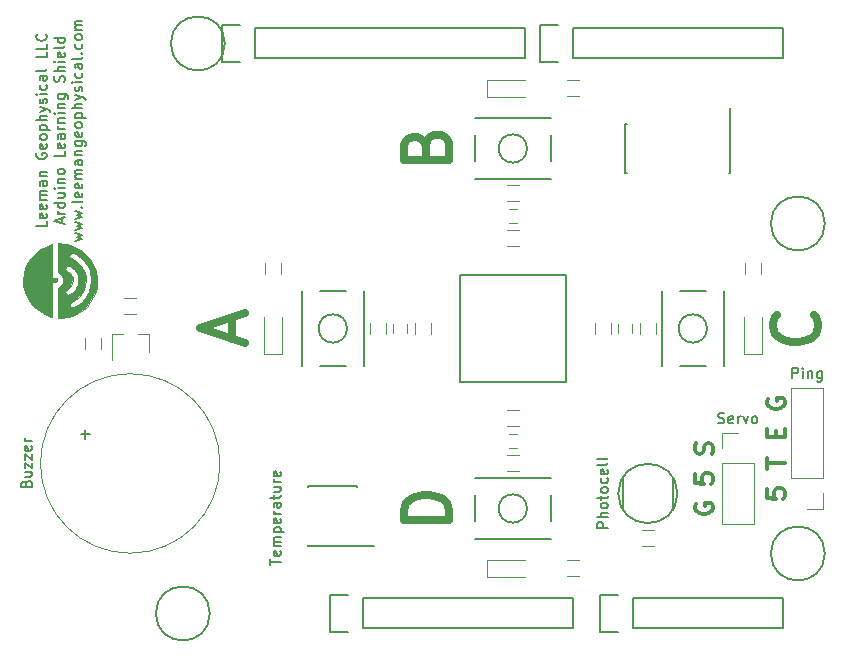
<source format=gbr>
G04 #@! TF.GenerationSoftware,KiCad,Pcbnew,(5.1.4)-1*
G04 #@! TF.CreationDate,2019-12-31T16:27:10-06:00*
G04 #@! TF.ProjectId,learning_shield,6c656172-6e69-46e6-975f-736869656c64,rev?*
G04 #@! TF.SameCoordinates,Original*
G04 #@! TF.FileFunction,Legend,Top*
G04 #@! TF.FilePolarity,Positive*
%FSLAX46Y46*%
G04 Gerber Fmt 4.6, Leading zero omitted, Abs format (unit mm)*
G04 Created by KiCad (PCBNEW (5.1.4)-1) date 2019-12-31 16:27:10*
%MOMM*%
%LPD*%
G04 APERTURE LIST*
%ADD10C,0.158750*%
%ADD11C,0.300000*%
%ADD12C,0.177800*%
%ADD13C,0.635000*%
%ADD14C,0.150000*%
%ADD15C,0.010000*%
%ADD16C,0.120000*%
G04 APERTURE END LIST*
D10*
X111696500Y-112839500D02*
X111738833Y-112712500D01*
X111781166Y-112670166D01*
X111865833Y-112627833D01*
X111992833Y-112627833D01*
X112077500Y-112670166D01*
X112119833Y-112712500D01*
X112162166Y-112797166D01*
X112162166Y-113135833D01*
X111273166Y-113135833D01*
X111273166Y-112839500D01*
X111315500Y-112754833D01*
X111357833Y-112712500D01*
X111442500Y-112670166D01*
X111527166Y-112670166D01*
X111611833Y-112712500D01*
X111654166Y-112754833D01*
X111696500Y-112839500D01*
X111696500Y-113135833D01*
X111569500Y-111865833D02*
X112162166Y-111865833D01*
X111569500Y-112246833D02*
X112035166Y-112246833D01*
X112119833Y-112204500D01*
X112162166Y-112119833D01*
X112162166Y-111992833D01*
X112119833Y-111908166D01*
X112077500Y-111865833D01*
X111569500Y-111527166D02*
X111569500Y-111061500D01*
X112162166Y-111527166D01*
X112162166Y-111061500D01*
X111569500Y-110807500D02*
X111569500Y-110341833D01*
X112162166Y-110807500D01*
X112162166Y-110341833D01*
X112119833Y-109664500D02*
X112162166Y-109749166D01*
X112162166Y-109918500D01*
X112119833Y-110003166D01*
X112035166Y-110045500D01*
X111696500Y-110045500D01*
X111611833Y-110003166D01*
X111569500Y-109918500D01*
X111569500Y-109749166D01*
X111611833Y-109664500D01*
X111696500Y-109622166D01*
X111781166Y-109622166D01*
X111865833Y-110045500D01*
X112162166Y-109241166D02*
X111569500Y-109241166D01*
X111738833Y-109241166D02*
X111654166Y-109198833D01*
X111611833Y-109156500D01*
X111569500Y-109071833D01*
X111569500Y-108987166D01*
X160930166Y-116586000D02*
X160041166Y-116586000D01*
X160041166Y-116247333D01*
X160083500Y-116162666D01*
X160125833Y-116120333D01*
X160210500Y-116078000D01*
X160337500Y-116078000D01*
X160422166Y-116120333D01*
X160464500Y-116162666D01*
X160506833Y-116247333D01*
X160506833Y-116586000D01*
X160930166Y-115697000D02*
X160041166Y-115697000D01*
X160930166Y-115316000D02*
X160464500Y-115316000D01*
X160379833Y-115358333D01*
X160337500Y-115443000D01*
X160337500Y-115570000D01*
X160379833Y-115654666D01*
X160422166Y-115697000D01*
X160930166Y-114765666D02*
X160887833Y-114850333D01*
X160845500Y-114892666D01*
X160760833Y-114935000D01*
X160506833Y-114935000D01*
X160422166Y-114892666D01*
X160379833Y-114850333D01*
X160337500Y-114765666D01*
X160337500Y-114638666D01*
X160379833Y-114554000D01*
X160422166Y-114511666D01*
X160506833Y-114469333D01*
X160760833Y-114469333D01*
X160845500Y-114511666D01*
X160887833Y-114554000D01*
X160930166Y-114638666D01*
X160930166Y-114765666D01*
X160337500Y-114215333D02*
X160337500Y-113876666D01*
X160041166Y-114088333D02*
X160803166Y-114088333D01*
X160887833Y-114046000D01*
X160930166Y-113961333D01*
X160930166Y-113876666D01*
X160930166Y-113453333D02*
X160887833Y-113538000D01*
X160845500Y-113580333D01*
X160760833Y-113622666D01*
X160506833Y-113622666D01*
X160422166Y-113580333D01*
X160379833Y-113538000D01*
X160337500Y-113453333D01*
X160337500Y-113326333D01*
X160379833Y-113241666D01*
X160422166Y-113199333D01*
X160506833Y-113157000D01*
X160760833Y-113157000D01*
X160845500Y-113199333D01*
X160887833Y-113241666D01*
X160930166Y-113326333D01*
X160930166Y-113453333D01*
X160887833Y-112395000D02*
X160930166Y-112479666D01*
X160930166Y-112649000D01*
X160887833Y-112733666D01*
X160845500Y-112776000D01*
X160760833Y-112818333D01*
X160506833Y-112818333D01*
X160422166Y-112776000D01*
X160379833Y-112733666D01*
X160337500Y-112649000D01*
X160337500Y-112479666D01*
X160379833Y-112395000D01*
X160887833Y-111675333D02*
X160930166Y-111760000D01*
X160930166Y-111929333D01*
X160887833Y-112014000D01*
X160803166Y-112056333D01*
X160464500Y-112056333D01*
X160379833Y-112014000D01*
X160337500Y-111929333D01*
X160337500Y-111760000D01*
X160379833Y-111675333D01*
X160464500Y-111633000D01*
X160549166Y-111633000D01*
X160633833Y-112056333D01*
X160930166Y-111125000D02*
X160887833Y-111209666D01*
X160803166Y-111252000D01*
X160041166Y-111252000D01*
X160930166Y-110659333D02*
X160887833Y-110744000D01*
X160803166Y-110786333D01*
X160041166Y-110786333D01*
X132355166Y-119697500D02*
X132355166Y-119189500D01*
X133244166Y-119443500D02*
X132355166Y-119443500D01*
X133201833Y-118554500D02*
X133244166Y-118639166D01*
X133244166Y-118808500D01*
X133201833Y-118893166D01*
X133117166Y-118935500D01*
X132778500Y-118935500D01*
X132693833Y-118893166D01*
X132651500Y-118808500D01*
X132651500Y-118639166D01*
X132693833Y-118554500D01*
X132778500Y-118512166D01*
X132863166Y-118512166D01*
X132947833Y-118935500D01*
X133244166Y-118131166D02*
X132651500Y-118131166D01*
X132736166Y-118131166D02*
X132693833Y-118088833D01*
X132651500Y-118004166D01*
X132651500Y-117877166D01*
X132693833Y-117792500D01*
X132778500Y-117750166D01*
X133244166Y-117750166D01*
X132778500Y-117750166D02*
X132693833Y-117707833D01*
X132651500Y-117623166D01*
X132651500Y-117496166D01*
X132693833Y-117411500D01*
X132778500Y-117369166D01*
X133244166Y-117369166D01*
X132651500Y-116945833D02*
X133540500Y-116945833D01*
X132693833Y-116945833D02*
X132651500Y-116861166D01*
X132651500Y-116691833D01*
X132693833Y-116607166D01*
X132736166Y-116564833D01*
X132820833Y-116522500D01*
X133074833Y-116522500D01*
X133159500Y-116564833D01*
X133201833Y-116607166D01*
X133244166Y-116691833D01*
X133244166Y-116861166D01*
X133201833Y-116945833D01*
X133201833Y-115802833D02*
X133244166Y-115887500D01*
X133244166Y-116056833D01*
X133201833Y-116141500D01*
X133117166Y-116183833D01*
X132778500Y-116183833D01*
X132693833Y-116141500D01*
X132651500Y-116056833D01*
X132651500Y-115887500D01*
X132693833Y-115802833D01*
X132778500Y-115760500D01*
X132863166Y-115760500D01*
X132947833Y-116183833D01*
X133244166Y-115379500D02*
X132651500Y-115379500D01*
X132820833Y-115379500D02*
X132736166Y-115337166D01*
X132693833Y-115294833D01*
X132651500Y-115210166D01*
X132651500Y-115125500D01*
X133244166Y-114448166D02*
X132778500Y-114448166D01*
X132693833Y-114490500D01*
X132651500Y-114575166D01*
X132651500Y-114744500D01*
X132693833Y-114829166D01*
X133201833Y-114448166D02*
X133244166Y-114532833D01*
X133244166Y-114744500D01*
X133201833Y-114829166D01*
X133117166Y-114871500D01*
X133032500Y-114871500D01*
X132947833Y-114829166D01*
X132905500Y-114744500D01*
X132905500Y-114532833D01*
X132863166Y-114448166D01*
X132651500Y-114151833D02*
X132651500Y-113813166D01*
X132355166Y-114024833D02*
X133117166Y-114024833D01*
X133201833Y-113982500D01*
X133244166Y-113897833D01*
X133244166Y-113813166D01*
X132651500Y-113135833D02*
X133244166Y-113135833D01*
X132651500Y-113516833D02*
X133117166Y-113516833D01*
X133201833Y-113474500D01*
X133244166Y-113389833D01*
X133244166Y-113262833D01*
X133201833Y-113178166D01*
X133159500Y-113135833D01*
X133244166Y-112712500D02*
X132651500Y-112712500D01*
X132820833Y-112712500D02*
X132736166Y-112670166D01*
X132693833Y-112627833D01*
X132651500Y-112543166D01*
X132651500Y-112458500D01*
X133201833Y-111823500D02*
X133244166Y-111908166D01*
X133244166Y-112077500D01*
X133201833Y-112162166D01*
X133117166Y-112204500D01*
X132778500Y-112204500D01*
X132693833Y-112162166D01*
X132651500Y-112077500D01*
X132651500Y-111908166D01*
X132693833Y-111823500D01*
X132778500Y-111781166D01*
X132863166Y-111781166D01*
X132947833Y-112204500D01*
X176551166Y-103907166D02*
X176551166Y-103018166D01*
X176889833Y-103018166D01*
X176974500Y-103060500D01*
X177016833Y-103102833D01*
X177059166Y-103187500D01*
X177059166Y-103314500D01*
X177016833Y-103399166D01*
X176974500Y-103441500D01*
X176889833Y-103483833D01*
X176551166Y-103483833D01*
X177440166Y-103907166D02*
X177440166Y-103314500D01*
X177440166Y-103018166D02*
X177397833Y-103060500D01*
X177440166Y-103102833D01*
X177482500Y-103060500D01*
X177440166Y-103018166D01*
X177440166Y-103102833D01*
X177863500Y-103314500D02*
X177863500Y-103907166D01*
X177863500Y-103399166D02*
X177905833Y-103356833D01*
X177990500Y-103314500D01*
X178117500Y-103314500D01*
X178202166Y-103356833D01*
X178244500Y-103441500D01*
X178244500Y-103907166D01*
X179048833Y-103314500D02*
X179048833Y-104034166D01*
X179006500Y-104118833D01*
X178964166Y-104161166D01*
X178879500Y-104203500D01*
X178752500Y-104203500D01*
X178667833Y-104161166D01*
X179048833Y-103864833D02*
X178964166Y-103907166D01*
X178794833Y-103907166D01*
X178710166Y-103864833D01*
X178667833Y-103822500D01*
X178625500Y-103737833D01*
X178625500Y-103483833D01*
X178667833Y-103399166D01*
X178710166Y-103356833D01*
X178794833Y-103314500D01*
X178964166Y-103314500D01*
X179048833Y-103356833D01*
X170307000Y-107674833D02*
X170434000Y-107717166D01*
X170645666Y-107717166D01*
X170730333Y-107674833D01*
X170772666Y-107632500D01*
X170815000Y-107547833D01*
X170815000Y-107463166D01*
X170772666Y-107378500D01*
X170730333Y-107336166D01*
X170645666Y-107293833D01*
X170476333Y-107251500D01*
X170391666Y-107209166D01*
X170349333Y-107166833D01*
X170307000Y-107082166D01*
X170307000Y-106997500D01*
X170349333Y-106912833D01*
X170391666Y-106870500D01*
X170476333Y-106828166D01*
X170688000Y-106828166D01*
X170815000Y-106870500D01*
X171534666Y-107674833D02*
X171450000Y-107717166D01*
X171280666Y-107717166D01*
X171196000Y-107674833D01*
X171153666Y-107590166D01*
X171153666Y-107251500D01*
X171196000Y-107166833D01*
X171280666Y-107124500D01*
X171450000Y-107124500D01*
X171534666Y-107166833D01*
X171577000Y-107251500D01*
X171577000Y-107336166D01*
X171153666Y-107420833D01*
X171958000Y-107717166D02*
X171958000Y-107124500D01*
X171958000Y-107293833D02*
X172000333Y-107209166D01*
X172042666Y-107166833D01*
X172127333Y-107124500D01*
X172212000Y-107124500D01*
X172423666Y-107124500D02*
X172635333Y-107717166D01*
X172847000Y-107124500D01*
X173312666Y-107717166D02*
X173228000Y-107674833D01*
X173185666Y-107632500D01*
X173143333Y-107547833D01*
X173143333Y-107293833D01*
X173185666Y-107209166D01*
X173228000Y-107166833D01*
X173312666Y-107124500D01*
X173439666Y-107124500D01*
X173524333Y-107166833D01*
X173566666Y-107209166D01*
X173609000Y-107293833D01*
X173609000Y-107547833D01*
X173566666Y-107632500D01*
X173524333Y-107674833D01*
X173439666Y-107717166D01*
X173312666Y-107717166D01*
D11*
X174438571Y-113307857D02*
X174438571Y-114022142D01*
X175152857Y-114093571D01*
X175081428Y-114022142D01*
X175010000Y-113879285D01*
X175010000Y-113522142D01*
X175081428Y-113379285D01*
X175152857Y-113307857D01*
X175295714Y-113236428D01*
X175652857Y-113236428D01*
X175795714Y-113307857D01*
X175867142Y-113379285D01*
X175938571Y-113522142D01*
X175938571Y-113879285D01*
X175867142Y-114022142D01*
X175795714Y-114093571D01*
X174438571Y-111553571D02*
X174438571Y-110696428D01*
X175938571Y-111125000D02*
X174438571Y-111125000D01*
X175152857Y-108906428D02*
X175152857Y-108406428D01*
X175938571Y-108192142D02*
X175938571Y-108906428D01*
X174438571Y-108906428D01*
X174438571Y-108192142D01*
X174510000Y-105652142D02*
X174438571Y-105795000D01*
X174438571Y-106009285D01*
X174510000Y-106223571D01*
X174652857Y-106366428D01*
X174795714Y-106437857D01*
X175081428Y-106509285D01*
X175295714Y-106509285D01*
X175581428Y-106437857D01*
X175724285Y-106366428D01*
X175867142Y-106223571D01*
X175938571Y-106009285D01*
X175938571Y-105866428D01*
X175867142Y-105652142D01*
X175795714Y-105580714D01*
X175295714Y-105580714D01*
X175295714Y-105866428D01*
X169771142Y-110283571D02*
X169842571Y-110069285D01*
X169842571Y-109712142D01*
X169771142Y-109569285D01*
X169699714Y-109497857D01*
X169556857Y-109426428D01*
X169414000Y-109426428D01*
X169271142Y-109497857D01*
X169199714Y-109569285D01*
X169128285Y-109712142D01*
X169056857Y-109997857D01*
X168985428Y-110140714D01*
X168914000Y-110212142D01*
X168771142Y-110283571D01*
X168628285Y-110283571D01*
X168485428Y-110212142D01*
X168414000Y-110140714D01*
X168342571Y-109997857D01*
X168342571Y-109640714D01*
X168414000Y-109426428D01*
X168342571Y-112037857D02*
X168342571Y-112752142D01*
X169056857Y-112823571D01*
X168985428Y-112752142D01*
X168914000Y-112609285D01*
X168914000Y-112252142D01*
X168985428Y-112109285D01*
X169056857Y-112037857D01*
X169199714Y-111966428D01*
X169556857Y-111966428D01*
X169699714Y-112037857D01*
X169771142Y-112109285D01*
X169842571Y-112252142D01*
X169842571Y-112609285D01*
X169771142Y-112752142D01*
X169699714Y-112823571D01*
X168414000Y-114542142D02*
X168342571Y-114685000D01*
X168342571Y-114899285D01*
X168414000Y-115113571D01*
X168556857Y-115256428D01*
X168699714Y-115327857D01*
X168985428Y-115399285D01*
X169199714Y-115399285D01*
X169485428Y-115327857D01*
X169628285Y-115256428D01*
X169771142Y-115113571D01*
X169842571Y-114899285D01*
X169842571Y-114756428D01*
X169771142Y-114542142D01*
X169699714Y-114470714D01*
X169199714Y-114470714D01*
X169199714Y-114756428D01*
D12*
X113444866Y-90614500D02*
X113444866Y-91037833D01*
X112555866Y-91037833D01*
X113402533Y-89979500D02*
X113444866Y-90064166D01*
X113444866Y-90233500D01*
X113402533Y-90318166D01*
X113317866Y-90360500D01*
X112979200Y-90360500D01*
X112894533Y-90318166D01*
X112852200Y-90233500D01*
X112852200Y-90064166D01*
X112894533Y-89979500D01*
X112979200Y-89937166D01*
X113063866Y-89937166D01*
X113148533Y-90360500D01*
X113402533Y-89217500D02*
X113444866Y-89302166D01*
X113444866Y-89471500D01*
X113402533Y-89556166D01*
X113317866Y-89598500D01*
X112979200Y-89598500D01*
X112894533Y-89556166D01*
X112852200Y-89471500D01*
X112852200Y-89302166D01*
X112894533Y-89217500D01*
X112979200Y-89175166D01*
X113063866Y-89175166D01*
X113148533Y-89598500D01*
X113444866Y-88794166D02*
X112852200Y-88794166D01*
X112936866Y-88794166D02*
X112894533Y-88751833D01*
X112852200Y-88667166D01*
X112852200Y-88540166D01*
X112894533Y-88455500D01*
X112979200Y-88413166D01*
X113444866Y-88413166D01*
X112979200Y-88413166D02*
X112894533Y-88370833D01*
X112852200Y-88286166D01*
X112852200Y-88159166D01*
X112894533Y-88074500D01*
X112979200Y-88032166D01*
X113444866Y-88032166D01*
X113444866Y-87227833D02*
X112979200Y-87227833D01*
X112894533Y-87270166D01*
X112852200Y-87354833D01*
X112852200Y-87524166D01*
X112894533Y-87608833D01*
X113402533Y-87227833D02*
X113444866Y-87312500D01*
X113444866Y-87524166D01*
X113402533Y-87608833D01*
X113317866Y-87651166D01*
X113233200Y-87651166D01*
X113148533Y-87608833D01*
X113106200Y-87524166D01*
X113106200Y-87312500D01*
X113063866Y-87227833D01*
X112852200Y-86804500D02*
X113444866Y-86804500D01*
X112936866Y-86804500D02*
X112894533Y-86762166D01*
X112852200Y-86677500D01*
X112852200Y-86550500D01*
X112894533Y-86465833D01*
X112979200Y-86423500D01*
X113444866Y-86423500D01*
X112598200Y-84857166D02*
X112555866Y-84941833D01*
X112555866Y-85068833D01*
X112598200Y-85195833D01*
X112682866Y-85280500D01*
X112767533Y-85322833D01*
X112936866Y-85365166D01*
X113063866Y-85365166D01*
X113233200Y-85322833D01*
X113317866Y-85280500D01*
X113402533Y-85195833D01*
X113444866Y-85068833D01*
X113444866Y-84984166D01*
X113402533Y-84857166D01*
X113360200Y-84814833D01*
X113063866Y-84814833D01*
X113063866Y-84984166D01*
X113402533Y-84095166D02*
X113444866Y-84179833D01*
X113444866Y-84349166D01*
X113402533Y-84433833D01*
X113317866Y-84476166D01*
X112979200Y-84476166D01*
X112894533Y-84433833D01*
X112852200Y-84349166D01*
X112852200Y-84179833D01*
X112894533Y-84095166D01*
X112979200Y-84052833D01*
X113063866Y-84052833D01*
X113148533Y-84476166D01*
X113444866Y-83544833D02*
X113402533Y-83629500D01*
X113360200Y-83671833D01*
X113275533Y-83714166D01*
X113021533Y-83714166D01*
X112936866Y-83671833D01*
X112894533Y-83629500D01*
X112852200Y-83544833D01*
X112852200Y-83417833D01*
X112894533Y-83333166D01*
X112936866Y-83290833D01*
X113021533Y-83248500D01*
X113275533Y-83248500D01*
X113360200Y-83290833D01*
X113402533Y-83333166D01*
X113444866Y-83417833D01*
X113444866Y-83544833D01*
X112852200Y-82867500D02*
X113741200Y-82867500D01*
X112894533Y-82867500D02*
X112852200Y-82782833D01*
X112852200Y-82613500D01*
X112894533Y-82528833D01*
X112936866Y-82486500D01*
X113021533Y-82444166D01*
X113275533Y-82444166D01*
X113360200Y-82486500D01*
X113402533Y-82528833D01*
X113444866Y-82613500D01*
X113444866Y-82782833D01*
X113402533Y-82867500D01*
X113444866Y-82063166D02*
X112555866Y-82063166D01*
X113444866Y-81682166D02*
X112979200Y-81682166D01*
X112894533Y-81724500D01*
X112852200Y-81809166D01*
X112852200Y-81936166D01*
X112894533Y-82020833D01*
X112936866Y-82063166D01*
X112852200Y-81343500D02*
X113444866Y-81131833D01*
X112852200Y-80920166D02*
X113444866Y-81131833D01*
X113656533Y-81216500D01*
X113698866Y-81258833D01*
X113741200Y-81343500D01*
X113402533Y-80623833D02*
X113444866Y-80539166D01*
X113444866Y-80369833D01*
X113402533Y-80285166D01*
X113317866Y-80242833D01*
X113275533Y-80242833D01*
X113190866Y-80285166D01*
X113148533Y-80369833D01*
X113148533Y-80496833D01*
X113106200Y-80581500D01*
X113021533Y-80623833D01*
X112979200Y-80623833D01*
X112894533Y-80581500D01*
X112852200Y-80496833D01*
X112852200Y-80369833D01*
X112894533Y-80285166D01*
X113444866Y-79861833D02*
X112852200Y-79861833D01*
X112555866Y-79861833D02*
X112598200Y-79904166D01*
X112640533Y-79861833D01*
X112598200Y-79819500D01*
X112555866Y-79861833D01*
X112640533Y-79861833D01*
X113402533Y-79057500D02*
X113444866Y-79142166D01*
X113444866Y-79311500D01*
X113402533Y-79396166D01*
X113360200Y-79438500D01*
X113275533Y-79480833D01*
X113021533Y-79480833D01*
X112936866Y-79438500D01*
X112894533Y-79396166D01*
X112852200Y-79311500D01*
X112852200Y-79142166D01*
X112894533Y-79057500D01*
X113444866Y-78295500D02*
X112979200Y-78295500D01*
X112894533Y-78337833D01*
X112852200Y-78422500D01*
X112852200Y-78591833D01*
X112894533Y-78676500D01*
X113402533Y-78295500D02*
X113444866Y-78380166D01*
X113444866Y-78591833D01*
X113402533Y-78676500D01*
X113317866Y-78718833D01*
X113233200Y-78718833D01*
X113148533Y-78676500D01*
X113106200Y-78591833D01*
X113106200Y-78380166D01*
X113063866Y-78295500D01*
X113444866Y-77745166D02*
X113402533Y-77829833D01*
X113317866Y-77872166D01*
X112555866Y-77872166D01*
X113444866Y-76305833D02*
X113444866Y-76729166D01*
X112555866Y-76729166D01*
X113444866Y-75586166D02*
X113444866Y-76009500D01*
X112555866Y-76009500D01*
X113360200Y-74781833D02*
X113402533Y-74824166D01*
X113444866Y-74951166D01*
X113444866Y-75035833D01*
X113402533Y-75162833D01*
X113317866Y-75247500D01*
X113233200Y-75289833D01*
X113063866Y-75332166D01*
X112936866Y-75332166D01*
X112767533Y-75289833D01*
X112682866Y-75247500D01*
X112598200Y-75162833D01*
X112555866Y-75035833D01*
X112555866Y-74951166D01*
X112598200Y-74824166D01*
X112640533Y-74781833D01*
X114702166Y-90805000D02*
X114702166Y-90381666D01*
X114956166Y-90889666D02*
X114067166Y-90593333D01*
X114956166Y-90297000D01*
X114956166Y-90000666D02*
X114363500Y-90000666D01*
X114532833Y-90000666D02*
X114448166Y-89958333D01*
X114405833Y-89916000D01*
X114363500Y-89831333D01*
X114363500Y-89746666D01*
X114956166Y-89069333D02*
X114067166Y-89069333D01*
X114913833Y-89069333D02*
X114956166Y-89154000D01*
X114956166Y-89323333D01*
X114913833Y-89408000D01*
X114871500Y-89450333D01*
X114786833Y-89492666D01*
X114532833Y-89492666D01*
X114448166Y-89450333D01*
X114405833Y-89408000D01*
X114363500Y-89323333D01*
X114363500Y-89154000D01*
X114405833Y-89069333D01*
X114363500Y-88265000D02*
X114956166Y-88265000D01*
X114363500Y-88646000D02*
X114829166Y-88646000D01*
X114913833Y-88603666D01*
X114956166Y-88519000D01*
X114956166Y-88392000D01*
X114913833Y-88307333D01*
X114871500Y-88265000D01*
X114956166Y-87841666D02*
X114363500Y-87841666D01*
X114067166Y-87841666D02*
X114109500Y-87884000D01*
X114151833Y-87841666D01*
X114109500Y-87799333D01*
X114067166Y-87841666D01*
X114151833Y-87841666D01*
X114363500Y-87418333D02*
X114956166Y-87418333D01*
X114448166Y-87418333D02*
X114405833Y-87376000D01*
X114363500Y-87291333D01*
X114363500Y-87164333D01*
X114405833Y-87079666D01*
X114490500Y-87037333D01*
X114956166Y-87037333D01*
X114956166Y-86487000D02*
X114913833Y-86571666D01*
X114871500Y-86614000D01*
X114786833Y-86656333D01*
X114532833Y-86656333D01*
X114448166Y-86614000D01*
X114405833Y-86571666D01*
X114363500Y-86487000D01*
X114363500Y-86360000D01*
X114405833Y-86275333D01*
X114448166Y-86233000D01*
X114532833Y-86190666D01*
X114786833Y-86190666D01*
X114871500Y-86233000D01*
X114913833Y-86275333D01*
X114956166Y-86360000D01*
X114956166Y-86487000D01*
X114956166Y-84709000D02*
X114956166Y-85132333D01*
X114067166Y-85132333D01*
X114913833Y-84074000D02*
X114956166Y-84158666D01*
X114956166Y-84328000D01*
X114913833Y-84412666D01*
X114829166Y-84455000D01*
X114490500Y-84455000D01*
X114405833Y-84412666D01*
X114363500Y-84328000D01*
X114363500Y-84158666D01*
X114405833Y-84074000D01*
X114490500Y-84031666D01*
X114575166Y-84031666D01*
X114659833Y-84455000D01*
X114956166Y-83269666D02*
X114490500Y-83269666D01*
X114405833Y-83312000D01*
X114363500Y-83396666D01*
X114363500Y-83566000D01*
X114405833Y-83650666D01*
X114913833Y-83269666D02*
X114956166Y-83354333D01*
X114956166Y-83566000D01*
X114913833Y-83650666D01*
X114829166Y-83693000D01*
X114744500Y-83693000D01*
X114659833Y-83650666D01*
X114617500Y-83566000D01*
X114617500Y-83354333D01*
X114575166Y-83269666D01*
X114956166Y-82846333D02*
X114363500Y-82846333D01*
X114532833Y-82846333D02*
X114448166Y-82804000D01*
X114405833Y-82761666D01*
X114363500Y-82677000D01*
X114363500Y-82592333D01*
X114363500Y-82296000D02*
X114956166Y-82296000D01*
X114448166Y-82296000D02*
X114405833Y-82253666D01*
X114363500Y-82169000D01*
X114363500Y-82042000D01*
X114405833Y-81957333D01*
X114490500Y-81915000D01*
X114956166Y-81915000D01*
X114956166Y-81491666D02*
X114363500Y-81491666D01*
X114067166Y-81491666D02*
X114109500Y-81534000D01*
X114151833Y-81491666D01*
X114109500Y-81449333D01*
X114067166Y-81491666D01*
X114151833Y-81491666D01*
X114363500Y-81068333D02*
X114956166Y-81068333D01*
X114448166Y-81068333D02*
X114405833Y-81026000D01*
X114363500Y-80941333D01*
X114363500Y-80814333D01*
X114405833Y-80729666D01*
X114490500Y-80687333D01*
X114956166Y-80687333D01*
X114363500Y-79883000D02*
X115083166Y-79883000D01*
X115167833Y-79925333D01*
X115210166Y-79967666D01*
X115252500Y-80052333D01*
X115252500Y-80179333D01*
X115210166Y-80264000D01*
X114913833Y-79883000D02*
X114956166Y-79967666D01*
X114956166Y-80137000D01*
X114913833Y-80221666D01*
X114871500Y-80264000D01*
X114786833Y-80306333D01*
X114532833Y-80306333D01*
X114448166Y-80264000D01*
X114405833Y-80221666D01*
X114363500Y-80137000D01*
X114363500Y-79967666D01*
X114405833Y-79883000D01*
X114913833Y-78824666D02*
X114956166Y-78697666D01*
X114956166Y-78486000D01*
X114913833Y-78401333D01*
X114871500Y-78359000D01*
X114786833Y-78316666D01*
X114702166Y-78316666D01*
X114617500Y-78359000D01*
X114575166Y-78401333D01*
X114532833Y-78486000D01*
X114490500Y-78655333D01*
X114448166Y-78740000D01*
X114405833Y-78782333D01*
X114321166Y-78824666D01*
X114236500Y-78824666D01*
X114151833Y-78782333D01*
X114109500Y-78740000D01*
X114067166Y-78655333D01*
X114067166Y-78443666D01*
X114109500Y-78316666D01*
X114956166Y-77935666D02*
X114067166Y-77935666D01*
X114956166Y-77554666D02*
X114490500Y-77554666D01*
X114405833Y-77597000D01*
X114363500Y-77681666D01*
X114363500Y-77808666D01*
X114405833Y-77893333D01*
X114448166Y-77935666D01*
X114956166Y-77131333D02*
X114363500Y-77131333D01*
X114067166Y-77131333D02*
X114109500Y-77173666D01*
X114151833Y-77131333D01*
X114109500Y-77089000D01*
X114067166Y-77131333D01*
X114151833Y-77131333D01*
X114913833Y-76369333D02*
X114956166Y-76454000D01*
X114956166Y-76623333D01*
X114913833Y-76708000D01*
X114829166Y-76750333D01*
X114490500Y-76750333D01*
X114405833Y-76708000D01*
X114363500Y-76623333D01*
X114363500Y-76454000D01*
X114405833Y-76369333D01*
X114490500Y-76327000D01*
X114575166Y-76327000D01*
X114659833Y-76750333D01*
X114956166Y-75819000D02*
X114913833Y-75903666D01*
X114829166Y-75946000D01*
X114067166Y-75946000D01*
X114956166Y-75099333D02*
X114067166Y-75099333D01*
X114913833Y-75099333D02*
X114956166Y-75184000D01*
X114956166Y-75353333D01*
X114913833Y-75438000D01*
X114871500Y-75480333D01*
X114786833Y-75522666D01*
X114532833Y-75522666D01*
X114448166Y-75480333D01*
X114405833Y-75438000D01*
X114363500Y-75353333D01*
X114363500Y-75184000D01*
X114405833Y-75099333D01*
X115874800Y-92307833D02*
X116467466Y-92138500D01*
X116044133Y-91969166D01*
X116467466Y-91799833D01*
X115874800Y-91630500D01*
X115874800Y-91376500D02*
X116467466Y-91207166D01*
X116044133Y-91037833D01*
X116467466Y-90868500D01*
X115874800Y-90699166D01*
X115874800Y-90445166D02*
X116467466Y-90275833D01*
X116044133Y-90106500D01*
X116467466Y-89937166D01*
X115874800Y-89767833D01*
X116382800Y-89429166D02*
X116425133Y-89386833D01*
X116467466Y-89429166D01*
X116425133Y-89471500D01*
X116382800Y-89429166D01*
X116467466Y-89429166D01*
X116467466Y-88878833D02*
X116425133Y-88963500D01*
X116340466Y-89005833D01*
X115578466Y-89005833D01*
X116425133Y-88201500D02*
X116467466Y-88286166D01*
X116467466Y-88455500D01*
X116425133Y-88540166D01*
X116340466Y-88582500D01*
X116001800Y-88582500D01*
X115917133Y-88540166D01*
X115874800Y-88455500D01*
X115874800Y-88286166D01*
X115917133Y-88201500D01*
X116001800Y-88159166D01*
X116086466Y-88159166D01*
X116171133Y-88582500D01*
X116425133Y-87439500D02*
X116467466Y-87524166D01*
X116467466Y-87693500D01*
X116425133Y-87778166D01*
X116340466Y-87820500D01*
X116001800Y-87820500D01*
X115917133Y-87778166D01*
X115874800Y-87693500D01*
X115874800Y-87524166D01*
X115917133Y-87439500D01*
X116001800Y-87397166D01*
X116086466Y-87397166D01*
X116171133Y-87820500D01*
X116467466Y-87016166D02*
X115874800Y-87016166D01*
X115959466Y-87016166D02*
X115917133Y-86973833D01*
X115874800Y-86889166D01*
X115874800Y-86762166D01*
X115917133Y-86677500D01*
X116001800Y-86635166D01*
X116467466Y-86635166D01*
X116001800Y-86635166D02*
X115917133Y-86592833D01*
X115874800Y-86508166D01*
X115874800Y-86381166D01*
X115917133Y-86296500D01*
X116001800Y-86254166D01*
X116467466Y-86254166D01*
X116467466Y-85449833D02*
X116001800Y-85449833D01*
X115917133Y-85492166D01*
X115874800Y-85576833D01*
X115874800Y-85746166D01*
X115917133Y-85830833D01*
X116425133Y-85449833D02*
X116467466Y-85534500D01*
X116467466Y-85746166D01*
X116425133Y-85830833D01*
X116340466Y-85873166D01*
X116255800Y-85873166D01*
X116171133Y-85830833D01*
X116128800Y-85746166D01*
X116128800Y-85534500D01*
X116086466Y-85449833D01*
X115874800Y-85026500D02*
X116467466Y-85026500D01*
X115959466Y-85026500D02*
X115917133Y-84984166D01*
X115874800Y-84899500D01*
X115874800Y-84772500D01*
X115917133Y-84687833D01*
X116001800Y-84645500D01*
X116467466Y-84645500D01*
X115874800Y-83841166D02*
X116594466Y-83841166D01*
X116679133Y-83883500D01*
X116721466Y-83925833D01*
X116763800Y-84010500D01*
X116763800Y-84137500D01*
X116721466Y-84222166D01*
X116425133Y-83841166D02*
X116467466Y-83925833D01*
X116467466Y-84095166D01*
X116425133Y-84179833D01*
X116382800Y-84222166D01*
X116298133Y-84264500D01*
X116044133Y-84264500D01*
X115959466Y-84222166D01*
X115917133Y-84179833D01*
X115874800Y-84095166D01*
X115874800Y-83925833D01*
X115917133Y-83841166D01*
X116425133Y-83079166D02*
X116467466Y-83163833D01*
X116467466Y-83333166D01*
X116425133Y-83417833D01*
X116340466Y-83460166D01*
X116001800Y-83460166D01*
X115917133Y-83417833D01*
X115874800Y-83333166D01*
X115874800Y-83163833D01*
X115917133Y-83079166D01*
X116001800Y-83036833D01*
X116086466Y-83036833D01*
X116171133Y-83460166D01*
X116467466Y-82528833D02*
X116425133Y-82613500D01*
X116382800Y-82655833D01*
X116298133Y-82698166D01*
X116044133Y-82698166D01*
X115959466Y-82655833D01*
X115917133Y-82613500D01*
X115874800Y-82528833D01*
X115874800Y-82401833D01*
X115917133Y-82317166D01*
X115959466Y-82274833D01*
X116044133Y-82232500D01*
X116298133Y-82232500D01*
X116382800Y-82274833D01*
X116425133Y-82317166D01*
X116467466Y-82401833D01*
X116467466Y-82528833D01*
X115874800Y-81851500D02*
X116763800Y-81851500D01*
X115917133Y-81851500D02*
X115874800Y-81766833D01*
X115874800Y-81597500D01*
X115917133Y-81512833D01*
X115959466Y-81470500D01*
X116044133Y-81428166D01*
X116298133Y-81428166D01*
X116382800Y-81470500D01*
X116425133Y-81512833D01*
X116467466Y-81597500D01*
X116467466Y-81766833D01*
X116425133Y-81851500D01*
X116467466Y-81047166D02*
X115578466Y-81047166D01*
X116467466Y-80666166D02*
X116001800Y-80666166D01*
X115917133Y-80708500D01*
X115874800Y-80793166D01*
X115874800Y-80920166D01*
X115917133Y-81004833D01*
X115959466Y-81047166D01*
X115874800Y-80327500D02*
X116467466Y-80115833D01*
X115874800Y-79904166D02*
X116467466Y-80115833D01*
X116679133Y-80200500D01*
X116721466Y-80242833D01*
X116763800Y-80327500D01*
X116425133Y-79607833D02*
X116467466Y-79523166D01*
X116467466Y-79353833D01*
X116425133Y-79269166D01*
X116340466Y-79226833D01*
X116298133Y-79226833D01*
X116213466Y-79269166D01*
X116171133Y-79353833D01*
X116171133Y-79480833D01*
X116128800Y-79565500D01*
X116044133Y-79607833D01*
X116001800Y-79607833D01*
X115917133Y-79565500D01*
X115874800Y-79480833D01*
X115874800Y-79353833D01*
X115917133Y-79269166D01*
X116467466Y-78845833D02*
X115874800Y-78845833D01*
X115578466Y-78845833D02*
X115620800Y-78888166D01*
X115663133Y-78845833D01*
X115620800Y-78803500D01*
X115578466Y-78845833D01*
X115663133Y-78845833D01*
X116425133Y-78041500D02*
X116467466Y-78126166D01*
X116467466Y-78295500D01*
X116425133Y-78380166D01*
X116382800Y-78422500D01*
X116298133Y-78464833D01*
X116044133Y-78464833D01*
X115959466Y-78422500D01*
X115917133Y-78380166D01*
X115874800Y-78295500D01*
X115874800Y-78126166D01*
X115917133Y-78041500D01*
X116467466Y-77279500D02*
X116001800Y-77279500D01*
X115917133Y-77321833D01*
X115874800Y-77406500D01*
X115874800Y-77575833D01*
X115917133Y-77660500D01*
X116425133Y-77279500D02*
X116467466Y-77364166D01*
X116467466Y-77575833D01*
X116425133Y-77660500D01*
X116340466Y-77702833D01*
X116255800Y-77702833D01*
X116171133Y-77660500D01*
X116128800Y-77575833D01*
X116128800Y-77364166D01*
X116086466Y-77279500D01*
X116467466Y-76729166D02*
X116425133Y-76813833D01*
X116340466Y-76856166D01*
X115578466Y-76856166D01*
X116382800Y-76390500D02*
X116425133Y-76348166D01*
X116467466Y-76390500D01*
X116425133Y-76432833D01*
X116382800Y-76390500D01*
X116467466Y-76390500D01*
X116425133Y-75586166D02*
X116467466Y-75670833D01*
X116467466Y-75840166D01*
X116425133Y-75924833D01*
X116382800Y-75967166D01*
X116298133Y-76009500D01*
X116044133Y-76009500D01*
X115959466Y-75967166D01*
X115917133Y-75924833D01*
X115874800Y-75840166D01*
X115874800Y-75670833D01*
X115917133Y-75586166D01*
X116467466Y-75078166D02*
X116425133Y-75162833D01*
X116382800Y-75205166D01*
X116298133Y-75247500D01*
X116044133Y-75247500D01*
X115959466Y-75205166D01*
X115917133Y-75162833D01*
X115874800Y-75078166D01*
X115874800Y-74951166D01*
X115917133Y-74866500D01*
X115959466Y-74824166D01*
X116044133Y-74781833D01*
X116298133Y-74781833D01*
X116382800Y-74824166D01*
X116425133Y-74866500D01*
X116467466Y-74951166D01*
X116467466Y-75078166D01*
X116467466Y-74400833D02*
X115874800Y-74400833D01*
X115959466Y-74400833D02*
X115917133Y-74358500D01*
X115874800Y-74273833D01*
X115874800Y-74146833D01*
X115917133Y-74062166D01*
X116001800Y-74019833D01*
X116467466Y-74019833D01*
X116001800Y-74019833D02*
X115917133Y-73977500D01*
X115874800Y-73892833D01*
X115874800Y-73765833D01*
X115917133Y-73681166D01*
X116001800Y-73638833D01*
X116467466Y-73638833D01*
D13*
X147519571Y-115932857D02*
X143709571Y-115932857D01*
X143709571Y-115025714D01*
X143891000Y-114481428D01*
X144253857Y-114118571D01*
X144616714Y-113937142D01*
X145342428Y-113755714D01*
X145886714Y-113755714D01*
X146612428Y-113937142D01*
X146975285Y-114118571D01*
X147338142Y-114481428D01*
X147519571Y-115025714D01*
X147519571Y-115932857D01*
X178398714Y-98515714D02*
X178580142Y-98697142D01*
X178761571Y-99241428D01*
X178761571Y-99604285D01*
X178580142Y-100148571D01*
X178217285Y-100511428D01*
X177854428Y-100692857D01*
X177128714Y-100874285D01*
X176584428Y-100874285D01*
X175858714Y-100692857D01*
X175495857Y-100511428D01*
X175133000Y-100148571D01*
X174951571Y-99604285D01*
X174951571Y-99241428D01*
X175133000Y-98697142D01*
X175314428Y-98515714D01*
X145523857Y-84182857D02*
X145705285Y-83638571D01*
X145886714Y-83457142D01*
X146249571Y-83275714D01*
X146793857Y-83275714D01*
X147156714Y-83457142D01*
X147338142Y-83638571D01*
X147519571Y-84001428D01*
X147519571Y-85452857D01*
X143709571Y-85452857D01*
X143709571Y-84182857D01*
X143891000Y-83820000D01*
X144072428Y-83638571D01*
X144435285Y-83457142D01*
X144798142Y-83457142D01*
X145161000Y-83638571D01*
X145342428Y-83820000D01*
X145523857Y-84182857D01*
X145523857Y-85452857D01*
X129159000Y-100602142D02*
X129159000Y-98787857D01*
X130247571Y-100965000D02*
X126437571Y-99695000D01*
X130247571Y-98425000D01*
D14*
X148408000Y-95195000D02*
X157408000Y-95195000D01*
X148408000Y-104195000D02*
X148408000Y-95195000D01*
X157408000Y-104195000D02*
X148408000Y-104195000D01*
X157408000Y-95195000D02*
X157408000Y-104195000D01*
D15*
G36*
X114564584Y-92498654D02*
G01*
X114819430Y-92515448D01*
X115114620Y-92560771D01*
X115413373Y-92628218D01*
X115570000Y-92673736D01*
X116016202Y-92859687D01*
X116428965Y-93117352D01*
X116799544Y-93437462D01*
X117119194Y-93810746D01*
X117379168Y-94227932D01*
X117570723Y-94679750D01*
X117620913Y-94847834D01*
X117653141Y-95011116D01*
X117680273Y-95226195D01*
X117700546Y-95466306D01*
X117712202Y-95704682D01*
X117713479Y-95914555D01*
X117702619Y-96069158D01*
X117701639Y-96075500D01*
X117583327Y-96569102D01*
X117394911Y-97036403D01*
X117143255Y-97465600D01*
X116835224Y-97844886D01*
X116496090Y-98148635D01*
X116060941Y-98426012D01*
X115597573Y-98623830D01*
X115597573Y-97917001D01*
X115734014Y-97886161D01*
X115910119Y-97799960D01*
X116111108Y-97667873D01*
X116322195Y-97499376D01*
X116484855Y-97348261D01*
X116780972Y-96997873D01*
X117002244Y-96613110D01*
X117146574Y-96201448D01*
X117211867Y-95770363D01*
X117196025Y-95327331D01*
X117137373Y-95021232D01*
X117075337Y-94817453D01*
X116994572Y-94603084D01*
X116916410Y-94432377D01*
X116766658Y-94199301D01*
X116564880Y-93958303D01*
X116333617Y-93731875D01*
X116095415Y-93542507D01*
X115913984Y-93432294D01*
X115715430Y-93347196D01*
X115568300Y-93321284D01*
X115463483Y-93354547D01*
X115399544Y-93431766D01*
X115370628Y-93535348D01*
X115406378Y-93631109D01*
X115513080Y-93728166D01*
X115667270Y-93820093D01*
X115990181Y-94036924D01*
X116267238Y-94314395D01*
X116490052Y-94638708D01*
X116650234Y-94996065D01*
X116739397Y-95372669D01*
X116755334Y-95609834D01*
X116714314Y-95997478D01*
X116596505Y-96371465D01*
X116409781Y-96718822D01*
X116162017Y-97026578D01*
X115861086Y-97281761D01*
X115669683Y-97398244D01*
X115502452Y-97500519D01*
X115405573Y-97591133D01*
X115385927Y-97630128D01*
X115391118Y-97752347D01*
X115456501Y-97856187D01*
X115561123Y-97913249D01*
X115597573Y-97917001D01*
X115597573Y-98623830D01*
X115587982Y-98627925D01*
X115211576Y-98720936D01*
X115211576Y-96842727D01*
X115293205Y-96839474D01*
X115369167Y-96812093D01*
X115555006Y-96702340D01*
X115742621Y-96535972D01*
X115909921Y-96337608D01*
X116034814Y-96131867D01*
X116078182Y-96021989D01*
X116107247Y-95854520D01*
X116115287Y-95641300D01*
X116103346Y-95418321D01*
X116072469Y-95221572D01*
X116052938Y-95151954D01*
X115954638Y-94955552D01*
X115801505Y-94754056D01*
X115617150Y-94574228D01*
X115429203Y-94444949D01*
X115314531Y-94387520D01*
X115242651Y-94368678D01*
X115182523Y-94385571D01*
X115130258Y-94417490D01*
X115035907Y-94519626D01*
X115015490Y-94638553D01*
X115067858Y-94751931D01*
X115150836Y-94818053D01*
X115383517Y-94974286D01*
X115539778Y-95150510D01*
X115627524Y-95359150D01*
X115654667Y-95609834D01*
X115618682Y-95879776D01*
X115510248Y-96106172D01*
X115328642Y-96290462D01*
X115304267Y-96308154D01*
X115163654Y-96408913D01*
X115079031Y-96478018D01*
X115036272Y-96531272D01*
X115021249Y-96584477D01*
X115019667Y-96626527D01*
X115058530Y-96735930D01*
X115125750Y-96799224D01*
X115211576Y-96842727D01*
X115211576Y-98720936D01*
X115079171Y-98753654D01*
X114739718Y-98793520D01*
X114384667Y-98818575D01*
X114385191Y-97531705D01*
X114385715Y-96244834D01*
X114532017Y-96150073D01*
X114694632Y-95999753D01*
X114790763Y-95813518D01*
X114820398Y-95607897D01*
X114783524Y-95399416D01*
X114680127Y-95204603D01*
X114532878Y-95056664D01*
X114384667Y-94943618D01*
X114384667Y-92498334D01*
X114564584Y-92498654D01*
X114564584Y-92498654D01*
G37*
X114564584Y-92498654D02*
X114819430Y-92515448D01*
X115114620Y-92560771D01*
X115413373Y-92628218D01*
X115570000Y-92673736D01*
X116016202Y-92859687D01*
X116428965Y-93117352D01*
X116799544Y-93437462D01*
X117119194Y-93810746D01*
X117379168Y-94227932D01*
X117570723Y-94679750D01*
X117620913Y-94847834D01*
X117653141Y-95011116D01*
X117680273Y-95226195D01*
X117700546Y-95466306D01*
X117712202Y-95704682D01*
X117713479Y-95914555D01*
X117702619Y-96069158D01*
X117701639Y-96075500D01*
X117583327Y-96569102D01*
X117394911Y-97036403D01*
X117143255Y-97465600D01*
X116835224Y-97844886D01*
X116496090Y-98148635D01*
X116060941Y-98426012D01*
X115597573Y-98623830D01*
X115597573Y-97917001D01*
X115734014Y-97886161D01*
X115910119Y-97799960D01*
X116111108Y-97667873D01*
X116322195Y-97499376D01*
X116484855Y-97348261D01*
X116780972Y-96997873D01*
X117002244Y-96613110D01*
X117146574Y-96201448D01*
X117211867Y-95770363D01*
X117196025Y-95327331D01*
X117137373Y-95021232D01*
X117075337Y-94817453D01*
X116994572Y-94603084D01*
X116916410Y-94432377D01*
X116766658Y-94199301D01*
X116564880Y-93958303D01*
X116333617Y-93731875D01*
X116095415Y-93542507D01*
X115913984Y-93432294D01*
X115715430Y-93347196D01*
X115568300Y-93321284D01*
X115463483Y-93354547D01*
X115399544Y-93431766D01*
X115370628Y-93535348D01*
X115406378Y-93631109D01*
X115513080Y-93728166D01*
X115667270Y-93820093D01*
X115990181Y-94036924D01*
X116267238Y-94314395D01*
X116490052Y-94638708D01*
X116650234Y-94996065D01*
X116739397Y-95372669D01*
X116755334Y-95609834D01*
X116714314Y-95997478D01*
X116596505Y-96371465D01*
X116409781Y-96718822D01*
X116162017Y-97026578D01*
X115861086Y-97281761D01*
X115669683Y-97398244D01*
X115502452Y-97500519D01*
X115405573Y-97591133D01*
X115385927Y-97630128D01*
X115391118Y-97752347D01*
X115456501Y-97856187D01*
X115561123Y-97913249D01*
X115597573Y-97917001D01*
X115597573Y-98623830D01*
X115587982Y-98627925D01*
X115211576Y-98720936D01*
X115211576Y-96842727D01*
X115293205Y-96839474D01*
X115369167Y-96812093D01*
X115555006Y-96702340D01*
X115742621Y-96535972D01*
X115909921Y-96337608D01*
X116034814Y-96131867D01*
X116078182Y-96021989D01*
X116107247Y-95854520D01*
X116115287Y-95641300D01*
X116103346Y-95418321D01*
X116072469Y-95221572D01*
X116052938Y-95151954D01*
X115954638Y-94955552D01*
X115801505Y-94754056D01*
X115617150Y-94574228D01*
X115429203Y-94444949D01*
X115314531Y-94387520D01*
X115242651Y-94368678D01*
X115182523Y-94385571D01*
X115130258Y-94417490D01*
X115035907Y-94519626D01*
X115015490Y-94638553D01*
X115067858Y-94751931D01*
X115150836Y-94818053D01*
X115383517Y-94974286D01*
X115539778Y-95150510D01*
X115627524Y-95359150D01*
X115654667Y-95609834D01*
X115618682Y-95879776D01*
X115510248Y-96106172D01*
X115328642Y-96290462D01*
X115304267Y-96308154D01*
X115163654Y-96408913D01*
X115079031Y-96478018D01*
X115036272Y-96531272D01*
X115021249Y-96584477D01*
X115019667Y-96626527D01*
X115058530Y-96735930D01*
X115125750Y-96799224D01*
X115211576Y-96842727D01*
X115211576Y-98720936D01*
X115079171Y-98753654D01*
X114739718Y-98793520D01*
X114384667Y-98818575D01*
X114385191Y-97531705D01*
X114385715Y-96244834D01*
X114532017Y-96150073D01*
X114694632Y-95999753D01*
X114790763Y-95813518D01*
X114820398Y-95607897D01*
X114783524Y-95399416D01*
X114680127Y-95204603D01*
X114532878Y-95056664D01*
X114384667Y-94943618D01*
X114384667Y-92498334D01*
X114564584Y-92498654D01*
G36*
X111494447Y-95113560D02*
G01*
X111628050Y-94614906D01*
X111628271Y-94614280D01*
X111767497Y-94273793D01*
X111933772Y-93977679D01*
X112144741Y-93698453D01*
X112374620Y-93451621D01*
X112649900Y-93197255D01*
X112915484Y-93001167D01*
X113199151Y-92845716D01*
X113528680Y-92713256D01*
X113547421Y-92706726D01*
X113897834Y-92585376D01*
X113920126Y-95419334D01*
X114080430Y-95419334D01*
X114198789Y-95432015D01*
X114283135Y-95463223D01*
X114291534Y-95470134D01*
X114337969Y-95565443D01*
X114328287Y-95672957D01*
X114266808Y-95752859D01*
X114260450Y-95756511D01*
X114157764Y-95788817D01*
X114048783Y-95800334D01*
X113919000Y-95800334D01*
X113919000Y-98727039D01*
X113823750Y-98697632D01*
X113444508Y-98567277D01*
X113126731Y-98425156D01*
X112847233Y-98257804D01*
X112582828Y-98051760D01*
X112370111Y-97853500D01*
X112032802Y-97463130D01*
X111769822Y-97036568D01*
X111582835Y-96581073D01*
X111473502Y-96103901D01*
X111443485Y-95612311D01*
X111494447Y-95113560D01*
X111494447Y-95113560D01*
G37*
X111494447Y-95113560D02*
X111628050Y-94614906D01*
X111628271Y-94614280D01*
X111767497Y-94273793D01*
X111933772Y-93977679D01*
X112144741Y-93698453D01*
X112374620Y-93451621D01*
X112649900Y-93197255D01*
X112915484Y-93001167D01*
X113199151Y-92845716D01*
X113528680Y-92713256D01*
X113547421Y-92706726D01*
X113897834Y-92585376D01*
X113920126Y-95419334D01*
X114080430Y-95419334D01*
X114198789Y-95432015D01*
X114283135Y-95463223D01*
X114291534Y-95470134D01*
X114337969Y-95565443D01*
X114328287Y-95672957D01*
X114266808Y-95752859D01*
X114260450Y-95756511D01*
X114157764Y-95788817D01*
X114048783Y-95800334D01*
X113919000Y-95800334D01*
X113919000Y-98727039D01*
X113823750Y-98697632D01*
X113444508Y-98567277D01*
X113126731Y-98425156D01*
X112847233Y-98257804D01*
X112582828Y-98051760D01*
X112370111Y-97853500D01*
X112032802Y-97463130D01*
X111769822Y-97036568D01*
X111582835Y-96581073D01*
X111473502Y-96103901D01*
X111443485Y-95612311D01*
X111494447Y-95113560D01*
D14*
X140208000Y-125095000D02*
X157988000Y-125095000D01*
X157988000Y-125095000D02*
X157988000Y-122555000D01*
X157988000Y-122555000D02*
X140208000Y-122555000D01*
X137388000Y-125375000D02*
X138938000Y-125375000D01*
X140208000Y-125095000D02*
X140208000Y-122555000D01*
X138938000Y-122275000D02*
X137388000Y-122275000D01*
X137388000Y-122275000D02*
X137388000Y-125375000D01*
X163068000Y-125095000D02*
X175768000Y-125095000D01*
X175768000Y-125095000D02*
X175768000Y-122555000D01*
X175768000Y-122555000D02*
X163068000Y-122555000D01*
X160248000Y-125375000D02*
X161798000Y-125375000D01*
X163068000Y-125095000D02*
X163068000Y-122555000D01*
X161798000Y-122275000D02*
X160248000Y-122275000D01*
X160248000Y-122275000D02*
X160248000Y-125375000D01*
X131064000Y-76835000D02*
X153924000Y-76835000D01*
X153924000Y-76835000D02*
X153924000Y-74295000D01*
X153924000Y-74295000D02*
X131064000Y-74295000D01*
X128244000Y-77115000D02*
X129794000Y-77115000D01*
X131064000Y-76835000D02*
X131064000Y-74295000D01*
X129794000Y-74015000D02*
X128244000Y-74015000D01*
X128244000Y-74015000D02*
X128244000Y-77115000D01*
X157988000Y-76835000D02*
X175768000Y-76835000D01*
X175768000Y-76835000D02*
X175768000Y-74295000D01*
X175768000Y-74295000D02*
X157988000Y-74295000D01*
X155168000Y-77115000D02*
X156718000Y-77115000D01*
X157988000Y-76835000D02*
X157988000Y-74295000D01*
X156718000Y-74015000D02*
X155168000Y-74015000D01*
X155168000Y-74015000D02*
X155168000Y-77115000D01*
X127254000Y-123825000D02*
G75*
G03X127254000Y-123825000I-2286000J0D01*
G01*
X179324000Y-118745000D02*
G75*
G03X179324000Y-118745000I-2286000J0D01*
G01*
X128524000Y-75565000D02*
G75*
G03X128524000Y-75565000I-2286000J0D01*
G01*
X179324000Y-90805000D02*
G75*
G03X179324000Y-90805000I-2286000J0D01*
G01*
D16*
X128113000Y-111125000D02*
G75*
G03X128113000Y-111125000I-7600000J0D01*
G01*
X143983000Y-99345000D02*
X143983000Y-100045000D01*
X142783000Y-100045000D02*
X142783000Y-99345000D01*
X153258000Y-90770000D02*
X152558000Y-90770000D01*
X152558000Y-89570000D02*
X153258000Y-89570000D01*
X163033000Y-99345000D02*
X163033000Y-100045000D01*
X161833000Y-100045000D02*
X161833000Y-99345000D01*
X153258000Y-109820000D02*
X152558000Y-109820000D01*
X152558000Y-108620000D02*
X153258000Y-108620000D01*
X133338000Y-98695000D02*
X133338000Y-101895000D01*
X131838000Y-101895000D02*
X131838000Y-98695000D01*
X131838000Y-101895000D02*
X133338000Y-101895000D01*
X150708000Y-78625000D02*
X150708000Y-80125000D01*
X150708000Y-78625000D02*
X153908000Y-78625000D01*
X153908000Y-80125000D02*
X150708000Y-80125000D01*
X172478000Y-101895000D02*
X173978000Y-101895000D01*
X172478000Y-101895000D02*
X172478000Y-98695000D01*
X173978000Y-98695000D02*
X173978000Y-101895000D01*
X153908000Y-120765000D02*
X150708000Y-120765000D01*
X150708000Y-119265000D02*
X153908000Y-119265000D01*
X150708000Y-119265000D02*
X150708000Y-120765000D01*
X179130000Y-114995000D02*
X177800000Y-114995000D01*
X179130000Y-113665000D02*
X179130000Y-114995000D01*
X179130000Y-112395000D02*
X176470000Y-112395000D01*
X176470000Y-112395000D02*
X176470000Y-104715000D01*
X179130000Y-112395000D02*
X179130000Y-104715000D01*
X179130000Y-104715000D02*
X176470000Y-104715000D01*
X170628000Y-108525000D02*
X171958000Y-108525000D01*
X170628000Y-109855000D02*
X170628000Y-108525000D01*
X170628000Y-111125000D02*
X173288000Y-111125000D01*
X173288000Y-111125000D02*
X173288000Y-116265000D01*
X170628000Y-111125000D02*
X170628000Y-116265000D01*
X170628000Y-116265000D02*
X173288000Y-116265000D01*
X122103000Y-100205000D02*
X122103000Y-101665000D01*
X118943000Y-100205000D02*
X118943000Y-102365000D01*
X118943000Y-100205000D02*
X119873000Y-100205000D01*
X122103000Y-100205000D02*
X121173000Y-100205000D01*
X145968000Y-99195000D02*
X145968000Y-100195000D01*
X144608000Y-100195000D02*
X144608000Y-99195000D01*
X153408000Y-92755000D02*
X152408000Y-92755000D01*
X152408000Y-91395000D02*
X153408000Y-91395000D01*
X140798000Y-100195000D02*
X140798000Y-99195000D01*
X142158000Y-99195000D02*
X142158000Y-100195000D01*
X153408000Y-88945000D02*
X152408000Y-88945000D01*
X152408000Y-87585000D02*
X153408000Y-87585000D01*
X159848000Y-100195000D02*
X159848000Y-99195000D01*
X161208000Y-99195000D02*
X161208000Y-100195000D01*
X153408000Y-107995000D02*
X152408000Y-107995000D01*
X152408000Y-106635000D02*
X153408000Y-106635000D01*
X163658000Y-100195000D02*
X163658000Y-99195000D01*
X165018000Y-99195000D02*
X165018000Y-100195000D01*
X152408000Y-110445000D02*
X153408000Y-110445000D01*
X153408000Y-111805000D02*
X152408000Y-111805000D01*
D14*
X166845987Y-113665000D02*
G75*
G03X166845987Y-113665000I-2507987J0D01*
G01*
X166438000Y-115065000D02*
X166438000Y-112365000D01*
X162238000Y-114965000D02*
X162238000Y-112365000D01*
D16*
X164838000Y-118155000D02*
X163838000Y-118155000D01*
X163838000Y-116795000D02*
X164838000Y-116795000D01*
X133268000Y-94115000D02*
X133268000Y-95115000D01*
X131908000Y-95115000D02*
X131908000Y-94115000D01*
X157488000Y-78695000D02*
X158488000Y-78695000D01*
X158488000Y-80055000D02*
X157488000Y-80055000D01*
X172548000Y-95115000D02*
X172548000Y-94115000D01*
X173908000Y-94115000D02*
X173908000Y-95115000D01*
X157488000Y-119335000D02*
X158488000Y-119335000D01*
X158488000Y-120695000D02*
X157488000Y-120695000D01*
X116668000Y-101465000D02*
X116668000Y-100465000D01*
X118028000Y-100465000D02*
X118028000Y-101465000D01*
X121023000Y-98470000D02*
X120023000Y-98470000D01*
X120023000Y-97110000D02*
X121023000Y-97110000D01*
D14*
X138868000Y-99695000D02*
G75*
G03X138868000Y-99695000I-1200000J0D01*
G01*
X136568000Y-96495000D02*
X138768000Y-96495000D01*
X136568000Y-102895000D02*
X138768000Y-102895000D01*
X135068000Y-96495000D02*
X135068000Y-102895000D01*
X140268000Y-102895000D02*
X140268000Y-96495000D01*
X149708000Y-87055000D02*
X156108000Y-87055000D01*
X156108000Y-81855000D02*
X149708000Y-81855000D01*
X149708000Y-83355000D02*
X149708000Y-85555000D01*
X156108000Y-83355000D02*
X156108000Y-85555000D01*
X154108000Y-84455000D02*
G75*
G03X154108000Y-84455000I-1200000J0D01*
G01*
X169348000Y-99695000D02*
G75*
G03X169348000Y-99695000I-1200000J0D01*
G01*
X169248000Y-102895000D02*
X167048000Y-102895000D01*
X169248000Y-96495000D02*
X167048000Y-96495000D01*
X170748000Y-102895000D02*
X170748000Y-96495000D01*
X165548000Y-96495000D02*
X165548000Y-102895000D01*
X156108000Y-112335000D02*
X149708000Y-112335000D01*
X149708000Y-117535000D02*
X156108000Y-117535000D01*
X156108000Y-116035000D02*
X156108000Y-113835000D01*
X149708000Y-116035000D02*
X149708000Y-113835000D01*
X154108000Y-114935000D02*
G75*
G03X154108000Y-114935000I-1200000J0D01*
G01*
X171303000Y-82380000D02*
X171303000Y-81005000D01*
X162428000Y-82380000D02*
X162428000Y-86530000D01*
X171328000Y-82380000D02*
X171328000Y-86530000D01*
X162428000Y-82380000D02*
X162543000Y-82380000D01*
X162428000Y-86530000D02*
X162543000Y-86530000D01*
X171328000Y-86530000D02*
X171213000Y-86530000D01*
X171328000Y-82380000D02*
X171303000Y-82380000D01*
X139743000Y-118095000D02*
X141143000Y-118095000D01*
X139743000Y-112995000D02*
X135593000Y-112995000D01*
X139743000Y-118145000D02*
X135593000Y-118145000D01*
X139743000Y-112995000D02*
X139743000Y-113140000D01*
X135593000Y-112995000D02*
X135593000Y-113140000D01*
X135593000Y-118145000D02*
X135593000Y-118000000D01*
X139743000Y-118145000D02*
X139743000Y-118095000D01*
X116322047Y-108656428D02*
X117083952Y-108656428D01*
X116703000Y-109037380D02*
X116703000Y-108275476D01*
M02*

</source>
